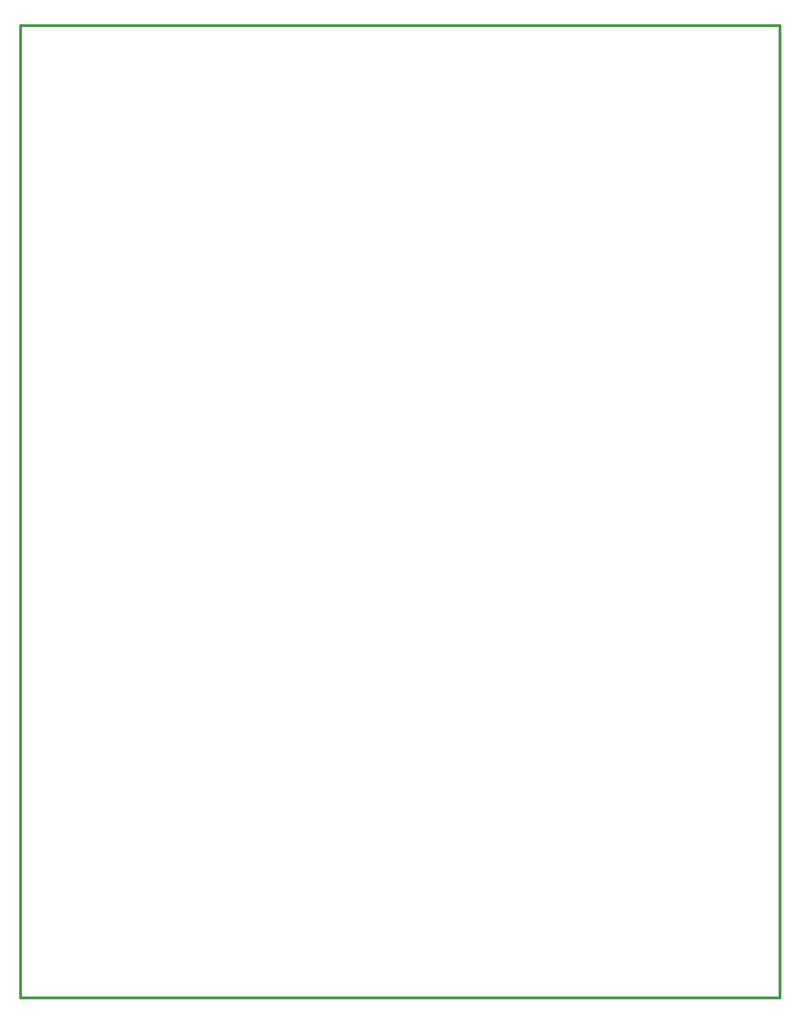
<source format=gbr>
G04 (created by PCBNEW (2013-mar-13)-testing) date Mon 18 Nov 2013 04:04:29 PM PST*
%MOIN*%
G04 Gerber Fmt 3.4, Leading zero omitted, Abs format*
%FSLAX34Y34*%
G01*
G70*
G90*
G04 APERTURE LIST*
%ADD10C,0.005906*%
%ADD11C,0.015000*%
G04 APERTURE END LIST*
G54D10*
G54D11*
X24015Y-63385D02*
X24015Y-5905D01*
X68897Y-63385D02*
X24015Y-63385D01*
X68897Y-5905D02*
X68897Y-63385D01*
X24015Y-5905D02*
X68897Y-5905D01*
M02*

</source>
